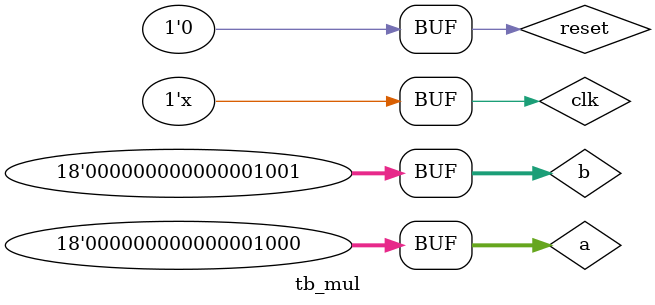
<source format=v>
module tb_mul ();
  reg                clk;
  reg                reset;

  reg signed  [17:0] a;
  reg signed  [17:0] b;
  wire signed [35:0] c;


  initial begin

    reset = 1;
    clk   = 0;
    a     = 0;
    b     = 0;

    #200 reset = 0;

    #20 a = -19;
    b = 253;

    #20 a = -22;
    b = -33;

    #20 a = -35;
    b = 46;

    #20 a = 8;
    b = 9;

  end

  always #10 clk = ~clk;


  MULT_MACRO #(
      .DEVICE ("7SERIES"),  // Target Device: "7SERIES" 
      .LATENCY(3),          // Desired clock cycle latency, 0-4
      .WIDTH_A(18),         // Multiplier A-input bus width, 1-25
      .WIDTH_B(18)          // Multiplier B-input bus width, 1-18
  ) MULT_MACRO_inst (
      .P  (c),     // Multiplier output bus, width determined by WIDTH_P parameter
      .A  (a),     // Multiplier input A bus, width determined by WIDTH_A parameter
      .B  (b),     // Multiplier input B bus, width determined by WIDTH_B parameter
      .CE (1'b1),  // 1-bit active high input clock enable
      .CLK(clk),   // 1-bit positive edge clock input
      .RST(reset)  // 1-bit input active high reset
  );
endmodule  //tb_mul

</source>
